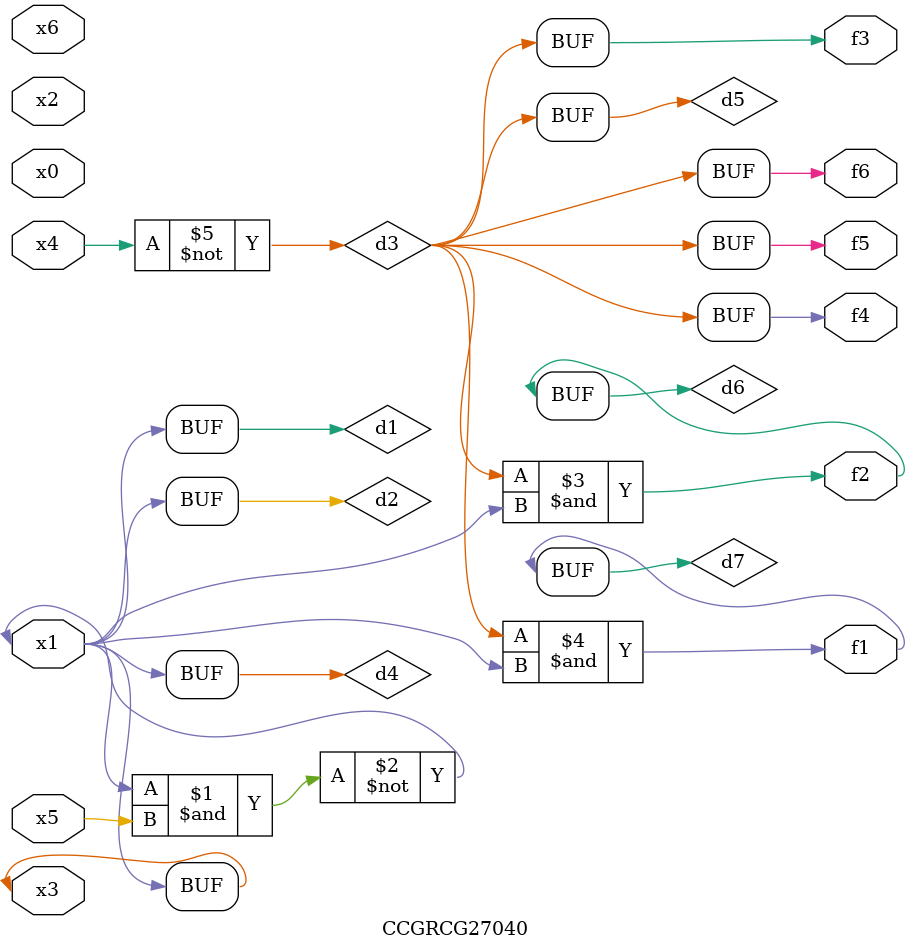
<source format=v>
module CCGRCG27040(
	input x0, x1, x2, x3, x4, x5, x6,
	output f1, f2, f3, f4, f5, f6
);

	wire d1, d2, d3, d4, d5, d6, d7;

	buf (d1, x1, x3);
	nand (d2, x1, x5);
	not (d3, x4);
	buf (d4, d1, d2);
	buf (d5, d3);
	and (d6, d3, d4);
	and (d7, d3, d4);
	assign f1 = d7;
	assign f2 = d6;
	assign f3 = d5;
	assign f4 = d5;
	assign f5 = d5;
	assign f6 = d5;
endmodule

</source>
